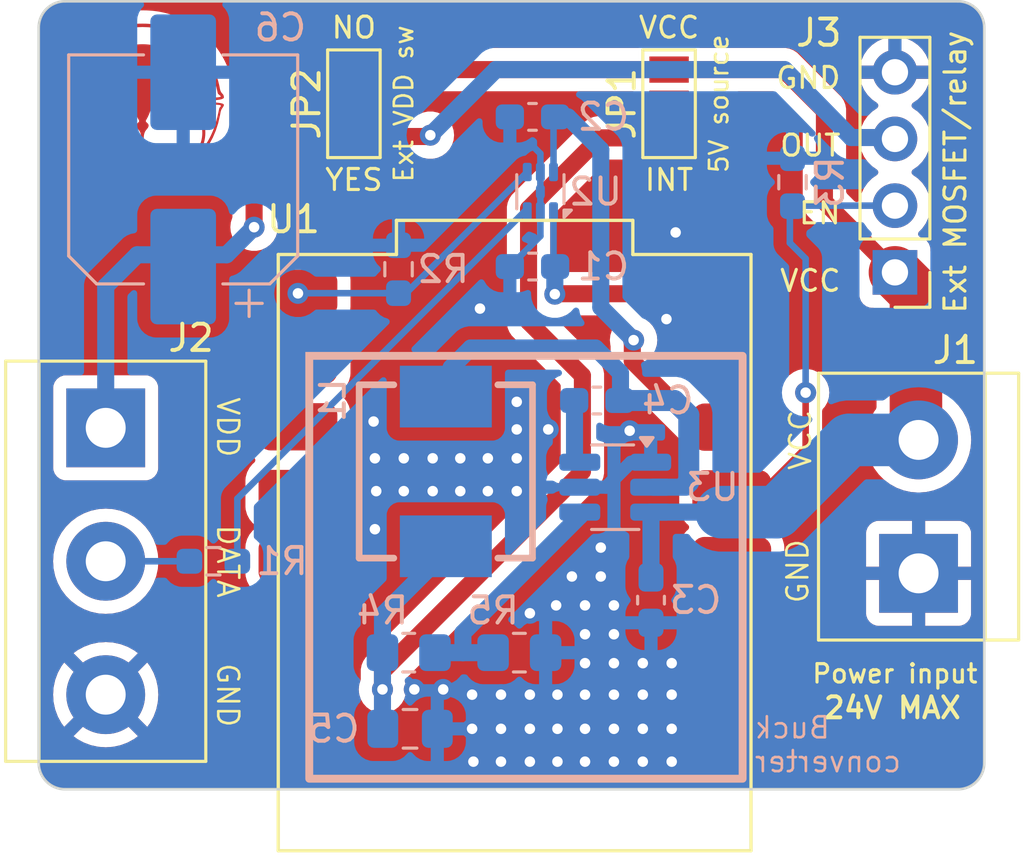
<source format=kicad_pcb>
(kicad_pcb (version 20240108) (generator "pcbnew") (generator_version "8.0")
  (layers (0 "F.Cu" signal) (31 "B.Cu" signal) (34 "B.Paste" user) (35 "F.Paste" user) (36 "B.SilkS" user "B.Silkscreen") (37 "F.SilkS" user "F.Silkscreen") (38 "B.Mask" user) (39 "F.Mask" user) (44 "Edge.Cuts" user))
  (net 0 "")
  (net 1 "+5V")
  (net 2 "GND")
  (net 3 "+3.3V")
  (net 4 "VCC")
  (net 5 "Net-(U3-SW)")
  (net 6 "V_OUT")
  (net 7 "VDD")
  (net 8 "DIN")
  (net 9 "VDD_EN")
  (net 10 "V_SW")
  (net 11 "DATA")
  (net 23 "Net-(U2-A)")
  (net 24 "Net-(U3-BOOT)")
  (net 25 "Net-(U3-FB)")
  (footprint "TerminalBlock:TerminalBlock_bornier-3_P5.08mm" (layer "F.Cu") (at 16.15 28.34 -90)
    (property "Reference" "J2")
    (property "Value" "LEDs" (hide yes))
  )
  (footprint "Connector_PinHeader_2.54mm:PinHeader_1x04_P2.54mm_Vertical" (layer "F.Cu") (at 46.2 22.42 180)
    (property "Reference" "J3")
    (property "Value" "Ext MOSFET/relay" (hide yes))
  )
  (footprint "TerminalBlock:TerminalBlock_bornier-2_P5.08mm" (layer "F.Cu") (at 47.1 33.88 90)
    (property "Reference" "J1")
    (property "Value" "Power input" (hide yes))
  )
  (footprint "exentio_pcb_art:kurumi" (layer "F.Cu") (at 14.4 12.9)
    (property "Reference" "REF**" (hide yes))
    (property "Value" "kurumi" (hide yes))
  )
  (footprint "ESP32-C3_SUPERMINI:MODULE_ESP32-C3_SUPERMINI_CASTELLATED" (layer "F.Cu") (at 31.72 33.09)
    (property "Reference" "U1")
    (property "Value" "ESP32-C3_SUPERMINI" (hide yes))
  )
  (footprint "Jumper:SolderJumper-3_P1.3mm_Open_Pad1.0x1.5mm_NumberLabels" (layer "F.Cu") (at 37.6 16 90)
    (property "Reference" "JP1")
    (property "Value" "5V source" (hide yes))
  )
  (footprint "Jumper:SolderJumper-3_P1.3mm_Open_Pad1.0x1.5mm_NumberLabels" (layer "F.Cu") (at 25.6 16 -90)
    (property "Reference" "JP2")
    (property "Value" "Ext VDD sw" (hide yes))
  )
  (footprint "Resistor_SMD:R_0805_2012Metric_Pad1.20x1.40mm_HandSolder" (layer "B.Cu") (at 27.6875 36.9)
    (property "Reference" "R4")
    (property "Value" "100K" (hide yes))
  )
  (footprint "Package_TO_SOT_SMD:SOT-563" (layer "B.Cu") (at 32.7 19.35 90)
    (property "Reference" "U2")
    (property "Value" "SN74LVC1T45DRL" (hide yes))
  )
  (footprint "Resistor_SMD:R_0805_2012Metric_Pad1.20x1.40mm_HandSolder" (layer "B.Cu") (at 31.9 36.9)
    (property "Reference" "R5")
    (property "Value" "13.7K" (hide yes))
  )
  (footprint "Package_TO_SOT_SMD:SOT-23-6_Handsoldering" (layer "B.Cu") (at 35.55 30.6 180)
    (property "Reference" "U3")
    (property "Value" "TPS54308" (hide yes))
  )
  (footprint "Resistor_SMD:R_0603_1608Metric_Pad0.98x0.95mm_HandSolder" (layer "B.Cu") (at 20.25 33.42)
    (property "Reference" "R1")
    (property "Value" "470" (hide yes))
  )
  (footprint "Capacitor_SMD:C_0603_1608Metric_Pad1.08x0.95mm_HandSolder" (layer "B.Cu") (at 32.4 16.5)
    (property "Reference" "C2")
    (property "Value" "1uF" (hide yes))
  )
  (footprint "CYA0630:CYA0630" (layer "B.Cu") (at 29.1 30 -90)
    (property "Reference" "L1")
    (property "Value" "10uH" (hide yes))
  )
  (footprint "Capacitor_SMD:C_0603_1608Metric_Pad1.08x0.95mm_HandSolder" (layer "B.Cu") (at 36.9125 34.9 -90)
    (property "Reference" "C3")
    (property "Value" "2.2uF" (hide yes))
  )
  (footprint "Capacitor_SMD:C_0805_2012Metric_Pad1.18x1.45mm_HandSolder" (layer "B.Cu") (at 27.7375 39.8)
    (property "Reference" "C5")
    (property "Value" "33uF" (hide yes))
  )
  (footprint "Capacitor_SMD:C_0603_1608Metric_Pad1.08x0.95mm_HandSolder" (layer "B.Cu") (at 32.4 22.2 180)
    (property "Reference" "C1")
    (property "Value" "1uF" (hide yes))
  )
  (footprint "Resistor_SMD:R_0603_1608Metric_Pad0.98x0.95mm_HandSolder" (layer "B.Cu") (at 42.3 18.9875 90)
    (property "Reference" "R3")
    (property "Value" "4.7K" (hide yes))
  )
  (footprint "Capacitor_SMD:C_0603_1608Metric_Pad1.08x0.95mm_HandSolder" (layer "B.Cu") (at 34.85 27.3 180)
    (property "Reference" "C4")
    (property "Value" "100nF" (hide yes))
  )
  (footprint "Capacitor_SMD:CP_Elec_8x10.5" (layer "B.Cu") (at 19.1 18.5 90)
    (property "Reference" "C6")
    (property "Value" "470uF" (hide yes))
  )
  (footprint "Resistor_SMD:R_0603_1608Metric_Pad0.98x0.95mm_HandSolder" (layer "B.Cu") (at 27.3 22.3 90)
    (property "Reference" "R2")
    (property "Value" "4.7K" (hide yes))
  )
  (gr_rect (start 23.9 25.6) (end 40.4 41.7) (stroke (width 0.3)) (fill none) (layer "B.SilkS"))
  (gr_arc (start 49.6 41.1) (mid 49.307107 41.807107) (end 48.6 42.1) (stroke (width 0.1)) (layer "Edge.Cuts"))
  (gr_line (start 13.6 41.1) (end 13.6 13.1) (stroke (width 0.1)) (layer "Edge.Cuts"))
  (gr_arc (start 14.6 42.1) (mid 13.892893 41.807107) (end 13.6 41.1) (stroke (width 0.1)) (layer "Edge.Cuts"))
  (gr_line (start 14.6 12.1) (end 48.6 12.1) (stroke (width 0.1)) (layer "Edge.Cuts"))
  (gr_line (start 48.6 42.1) (end 14.6 42.1) (stroke (width 0.1)) (layer "Edge.Cuts"))
  (gr_arc (start 48.6 12.1) (mid 49.307107 12.392893) (end 49.6 13.1) (stroke (width 0.1)) (layer "Edge.Cuts"))
  (gr_line (start 49.6 13.1) (end 49.6 41.1) (stroke (width 0.1)) (layer "Edge.Cuts"))
  (gr_arc (start 13.6 13.1) (mid 13.892893 12.392893) (end 14.6 12.1) (stroke (width 0.1)) (layer "Edge.Cuts"))
  (gr_text "Buck\nconverter" (at 40.8 40.4 0) (layer "B.SilkS") (effects (font (size 0.8 0.8) (thickness 0.1)) (justify right mirror)))
  (gr_text "DATA" (at 20.8 33.42 -90) (layer "F.SilkS") (effects (font (size 0.8 0.8) (thickness 0.1))))
  (gr_text "Ext MOSFET/relay" (at 48.5 18.6 90) (layer "F.SilkS") (effects (font (size 0.8 0.8) (thickness 0.12))))
  (gr_text "Ext VDD sw" (at 27.5 16 90) (layer "F.SilkS") (effects (font (size 0.7 0.7) (thickness 0.1))))
  (gr_text "GND" (at 20.8 38.52 -90) (layer "F.SilkS") (effects (font (size 0.8 0.8) (thickness 0.1))))
  (gr_text "VDD" (at 20.8 28.32 -90) (layer "F.SilkS") (effects (font (size 0.8 0.8) (thickness 0.1))))
  (gr_text "GND\n\nOUT\n\nEN\n\nVCC" (at 44.2 18.88 0) (layer "F.SilkS") (effects (font (size 0.8 0.8) (thickness 0.12)) (justify right)))
  (gr_text "VCC" (at 42.6 28.8 90) (layer "F.SilkS") (effects (font (size 0.8 0.8) (thickness 0.1))))
  (gr_text "5V source" (at 39.5 16 90) (layer "F.SilkS") (effects (font (size 0.7 0.7) (thickness 0.1))))
  (gr_text "Power input" (at 46.2 37.7 0) (layer "F.SilkS") (effects (font (size 0.7 0.7) (thickness 0.12) (bold yes))))
  (gr_text "24V MAX" (at 46.1 39 0) (layer "F.SilkS") (effects (font (size 0.8 0.8) (thickness 0.15) (bold yes))))
  (gr_text "GND" (at 42.5 33.8 90) (layer "F.SilkS") (effects (font (size 0.8 0.8) (thickness 0.1))))
  (segment (start 33.266193 23.233807) (end 39.987034 23.233807) (width 0.65) (layer "F.Cu") (net 1))
  (segment (start 33.25 23.25) (end 33.266193 23.233807) (width 0.65) (layer "F.Cu") (net 1))
  (segment (start 37.6 16) (end 39.25 16) (width 0.65) (layer "F.Cu") (net 1))
  (segment (start 39.25 16) (end 39.987034 16.737034) (width 0.65) (layer "F.Cu") (net 1))
  (segment (start 39.987034 16.737034) (end 39.987034 23.233807) (width 0.65) (layer "F.Cu") (net 1))
  (via (at 33.25 23.25) (size 0.8) (drill 0.4) (layers "F.Cu" "B.Cu") (net 1))
  (segment (start 33.25 23.25) (end 33.25 22.2125) (width 0.65) (layer "B.Cu") (net 1))
  (segment (start 33.2 20.1) (end 33.2 22.1375) (width 0.25) (layer "B.Cu") (net 1))
  (segment (start 33.25 22.2125) (end 33.2625 22.2) (width 0.65) (layer "B.Cu") (net 1))
  (segment (start 33.2 22.1375) (end 33.2625 22.2) (width 0.25) (layer "B.Cu") (net 1))
  (segment (start 38.273807 25.773807) (end 39.987034 25.773807) (width 0.65) (layer "F.Cu") (net 2))
  (segment (start 39.987034 25.773807) (end 42.226193 25.773807) (width 0.65) (layer "F.Cu") (net 2))
  (segment (start 39.987034 25.773807) (end 41.326193 25.773807) (width 0.25) (layer "F.Cu") (net 2))
  (segment (start 38.273807 25.773807) (end 37.6 25.1) (width 0.65) (layer "F.Cu") (net 2))
  (via (at 31.2 39.8) (size 0.8) (drill 0.4) (layers "F.Cu" "B.Cu") (net 2))
  (via (at 35.5 41.05) (size 0.8) (drill 0.4) (layers "F.Cu" "B.Cu") (net 2))
  (via (at 37.7 38.5) (size 0.8) (drill 0.4) (layers "F.Cu" "B.Cu") (net 2))
  (via (at 27.5 30.75) (size 0.8) (drill 0.4) (layers "F.Cu" "B.Cu") (net 2))
  (via (at 34.4 38.5) (size 0.8) (drill 0.4) (layers "F.Cu" "B.Cu") (net 2))
  (via (at 37.7 41.05) (size 0.8) (drill 0.4) (layers "F.Cu" "B.Cu") (net 2))
  (via (at 29 38.3) (size 0.8) (drill 0.4) (layers "F.Cu" "B.Cu") (net 2))
  (via (at 30.1 39.8) (size 0.8) (drill 0.4) (layers "F.Cu" "B.Cu") (net 2))
  (via (at 35.5 38.5) (size 0.8) (drill 0.4) (layers "F.Cu" "B.Cu") (net 2))
  (via (at 30.1 38.5) (size 0.8) (drill 0.4) (layers "F.Cu" "B.Cu") (net 2))
  (via (at 29.65 29.5) (size 0.8) (drill 0.4) (layers "F.Cu" "B.Cu") (net 2))
  (via (at 36.6 38.5) (size 0.8) (drill 0.4) (layers "F.Cu" "B.Cu") (net 2))
  (via (at 29.65 30.75) (size 0.8) (drill 0.4) (layers "F.Cu" "B.Cu") (net 2))
  (via (at 36.6 37.3) (size 0.8) (drill 0.4) (layers "F.Cu" "B.Cu") (net 2))
  (via (at 31.2 41.05) (size 0.8) (drill 0.4) (layers "F.Cu" "B.Cu") (net 2))
  (via (at 35.5 36.2) (size 0.8) (drill 0.4) (layers "F.Cu" "B.Cu") (net 2))
  (via (at 26.45 30.75) (size 0.8) (drill 0.4) (layers "F.Cu" "B.Cu") (net 2))
  (via (at 34.4 37.3) (size 0.8) (drill 0.4) (layers "F.Cu" "B.Cu") (net 2))
  (via (at 36.6 39.8) (size 0.8) (drill 0.4) (layers "F.Cu" "B.Cu") (net 2))
  (via (at 36.1 28.45) (size 0.8) (drill 0.4) (layers "F.Cu" "B.Cu") (net 2))
  (via (at 31.8 28.4) (size 0.8) (drill 0.4) (layers "F.Cu" "B.Cu") (net 2))
  (via (at 30.7 30.75) (size 0.8) (drill 0.4) (layers "F.Cu" "B.Cu") (net 2))
  (via (at 30.4 23.8) (size 0.8) (drill 0.4) (layers "F.Cu" "B.Cu") (net 2))
  (via (at 35 32.9) (size 0.8) (drill 0.4) (layers "F.Cu" "B.Cu") (net 2))
  (via (at 32.3 39.8) (size 0.8) (drill 0.4) (layers "F.Cu" "B.Cu") (net 2))
  (via (at 27.5 29.5) (size 0.8) (drill 0.4) (layers "F.Cu" "B.Cu") (net 2))
  (via (at 31.2 38.5) (size 0.8) (drill 0.4) (layers "F.Cu" "B.Cu") (net 2))
  (via (at 33.35 39.8) (size 0.8) (drill 0.4) (layers "F.Cu" "B.Cu") (net 2))
  (via (at 30.15 41.05) (size 0.8) (drill 0.4) (layers "F.Cu" "B.Cu") (net 2))
  (via (at 33.35 41.05) (size 0.8) (drill 0.4) (layers "F.Cu" "B.Cu") (net 2))
  (via (at 37.7 37.3) (size 0.8) (drill 0.4) (layers "F.Cu" "B.Cu") (net 2))
  (via (at 30.7 29.5) (size 0.8) (drill 0.4) (layers "F.Cu" "B.Cu") (net 2))
  (via (at 31.8 29.5) (size 0.8) (drill 0.4) (layers "F.Cu" "B.Cu") (net 2))
  (via (at 26.4 32.2) (size 0.8) (drill 0.4) (layers "F.Cu" "B.Cu") (net 2))
  (via (at 33.35 38.5) (size 0.8) (drill 0.4) (layers "F.Cu" "B.Cu") (net 2))
  (via (at 31.8 27.35) (size 0.8) (drill 0.4) (layers "F.Cu" "B.Cu") (net 2))
  (via (at 27.9 38.3) (size 0.8) (drill 0.4) (layers "F.Cu" "B.Cu") (net 2))
  (via (at 35.5 39.8) (size 0.8) (drill 0.4) (layers "F.Cu" "B.Cu") (net 2))
  (via (at 26.4 29.5) (size 0.8) (drill 0.4) (layers "F.Cu" "B.Cu") (net 2))
  (via (at 34.4 35.1) (size 0.8) (drill 0.4) (layers "F.Cu" "B.Cu") (net 2))
  (via (at 34.4 36.2) (size 0.8) (drill 0.4) (layers "F.Cu" "B.Cu") (net 2))
  (via (at 34.4 41.05) (size 0.8) (drill 0.4) (layers "F.Cu" "B.Cu") (net 2))
  (via (at 37.7 39.8) (size 0.8) (drill 0.4) (layers "F.Cu" "B.Cu") (net 2))
  (via (at 32.3 35.4) (size 0.8) (drill 0.4) (layers "F.Cu" "B.Cu") (net 2))
  (via (at 33 28.4) (size 0.8) (drill 0.4) (layers "F.Cu" "B.Cu") (net 2))
  (via (at 31.8 30.75) (size 0.8) (drill 0.4) (layers "F.Cu" "B.Cu") (net 2))
  (via (at 33.3 35.1) (size 0.8) (drill 0.4) (layers "F.Cu" "B.Cu") (net 2))
  (via (at 35.5 37.3) (size 0.8) (drill 0.4) (layers "F.Cu" "B.Cu") (net 2))
  (via (at 37.5 24.2) (size 0.8) (drill 0.4) (layers "F.Cu" "B.Cu") (net 2))
  (via (at 33.9 34) (size 0.8) (drill 0.4) (layers "F.Cu" "B.Cu") (net 2))
  (via (at 35.5 35.1) (size 0.8) (drill 0.4) (layers "F.Cu" "B.Cu") (net 2))
  (via (at 26.35 28.1) (size 0.8) (drill 0.4) (layers "F.Cu" "B.Cu") (net 2))
  (via (at 37.85 20.9) (size 0.8) (drill 0.4) (layers "F.Cu" "B.Cu") (net 2))
  (via (at 36.6 41.05) (size 0.8) (drill 0.4) (layers "F.Cu" "B.Cu") (net 2))
  (via (at 34.4 39.8) (size 0.8) (drill 0.4) (layers "F.Cu" "B.Cu") (net 2))
  (via (at 32.3 38.5) (size 0.8) (drill 0.4) (layers "F.Cu" "B.Cu") (net 2))
  (via (at 35 34) (size 0.8) (drill 0.4) (layers "F.Cu" "B.Cu") (net 2))
  (via (at 28.6 30.75) (size 0.8) (drill 0.4) (layers "F.Cu" "B.Cu") (net 2))
  (via (at 32.3 41.05) (size 0.8) (drill 0.4) (layers "F.Cu" "B.Cu") (net 2))
  (via (at 28.6 29.5) (size 0.8) (drill 0.4) (layers "F.Cu" "B.Cu") (net 2))
  (segment (start 32.7 18.6) (end 32.7 17.9) (width 0.25) (layer "B.Cu") (net 2))
  (segment (start 35.4 30.4) (end 36.15 29.65) (width 0.5) (layer "B.Cu") (net 2))
  (segment (start 32.7 17.9) (end 32.475 17.675) (width 0.25) (layer "B.Cu") (net 2))
  (segment (start 32.7 20.1) (end 32.7 18.6) (width 0.25) (layer "B.Cu") (net 2))
  (segment (start 35.2 30.6) (end 35.4 30.4) (width 0.5) (layer "B.Cu") (net 2))
  (segment (start 35.5 28.6) (end 35.5 30.3) (width 0.5) (layer "B.Cu") (net 2))
  (segment (start 34.2 30.6) (end 35.2 30.6) (width 0.5) (layer "B.Cu") (net 2))
  (segment (start 32.7 21.0375) (end 31.5375 22.2) (width 0.25) (layer "B.Cu") (net 2))
  (segment (start 35.5 28.6) (end 35.95 28.6) (width 0.5) (layer "B.Cu") (net 2))
  (segment (start 35.5 30.3) (end 35.4 30.4) (width 0.5) (layer "B.Cu") (net 2))
  (segment (start 35.5 30.3) (end 35.5 32.7) (width 0.5) (layer "B.Cu") (net 2))
  (segment (start 36.15 29.65) (end 36.9 29.65) (width 0.5) (layer "B.Cu") (net 2))
  (segment (start 32.7 20.1) (end 32.7 21.0375) (width 0.25) (layer "B.Cu") (net 2))
  (segment (start 35.95 28.6) (end 36.1 28.45) (width 0.5) (layer "B.Cu") (net 2))
  (segment (start 36.2 25.8) (end 38.713807 28.313807) (width 0.65) (layer "F.Cu") (net 3))
  (segment (start 36.2 25.05) (end 36.2 25.8) (width 0.65) (layer "F.Cu") (net 3))
  (segment (start 38.713807 28.313807) (end 39.987034 28.313807) (width 0.65) (layer "F.Cu") (net 3))
  (segment (start 36.25 25) (end 36.2 25.05) (width 0.65) (layer "F.Cu") (net 3))
  (via (at 36.25 25) (size 0.8) (drill 0.4) (layers "F.Cu" "B.Cu") (net 3))
  (segment (start 35 23.75) (end 35 17.75) (width 0.65) (layer "B.Cu") (net 3))
  (segment (start 35 17.75) (end 33.75 16.5) (width 0.65) (layer "B.Cu") (net 3))
  (segment (start 36.25 25) (end 35 23.75) (width 0.65) (layer "B.Cu") (net 3))
  (segment (start 33.2 16.5625) (end 33.2625 16.5) (width 0.25) (layer "B.Cu") (net 3))
  (segment (start 33.75 16.5) (end 33.2625 16.5) (width 0.65) (layer "B.Cu") (net 3))
  (segment (start 33.2 18.6) (end 33.2 16.5625) (width 0.25) (layer "B.Cu") (net 3))
  (segment (start 41.95 14.7) (end 43.515 16.265) (width 0.65) (layer "F.Cu") (net 4))
  (segment (start 43.515 16.265) (end 43.515 19.735) (width 0.65) (layer "F.Cu") (net 4))
  (segment (start 25.6 14.7) (end 37.6 14.7) (width 0.65) (layer "F.Cu") (net 4))
  (segment (start 46.2 22.42) (end 47 23.22) (width 2) (layer "F.Cu") (net 4))
  (segment (start 37.6 14.7) (end 41.95 14.7) (width 0.65) (layer "F.Cu") (net 4))
  (segment (start 43.515 19.735) (end 46.2 22.42) (width 0.65) (layer "F.Cu") (net 4))
  (segment (start 47 28.7) (end 47.1 28.8) (width 2) (layer "F.Cu") (net 4))
  (segment (start 47 23.22) (end 47 28.7) (width 2) (layer "F.Cu") (net 4))
  (segment (start 44.45 28.8) (end 41.7 31.55) (width 2) (layer "B.Cu") (net 4))
  (segment (start 36.9 31.55) (end 38.7 31.55) (width 0.65) (layer "B.Cu") (net 4))
  (segment (start 36.9125 31.5625) (end 36.9 31.55) (width 0.65) (layer "B.Cu") (net 4))
  (segment (start 36.9125 33.8) (end 36.9125 31.8) (width 0.65) (layer "B.Cu") (net 4))
  (segment (start 47.1 28.8) (end 44.45 28.8) (width 2) (layer "B.Cu") (net 4))
  (segment (start 41.7 31.55) (end 39.6 31.55) (width 2) (layer "B.Cu") (net 4))
  (segment (start 35.7125 27.3) (end 37.8 27.3) (width 0.8) (layer "B.Cu") (net 5))
  (segment (start 35.75 27.2625) (end 35.75 26.25) (width 0.65) (layer "B.Cu") (net 5))
  (segment (start 38.35 27.85) (end 38.35 30.4) (width 0.8) (layer "B.Cu") (net 5))
  (segment (start 34.8 25.3) (end 30.05 25.3) (width 0.65) (layer "B.Cu") (net 5))
  (segment (start 35.75 26.25) (end 34.8 25.3) (width 0.65) (layer "B.Cu") (net 5))
  (segment (start 29.3 26.05) (end 29.3 27.15) (width 0.65) (layer "B.Cu") (net 5))
  (segment (start 37.8 27.3) (end 38.35 27.85) (width 0.8) (layer "B.Cu") (net 5))
  (segment (start 38.25 30.6) (end 37 30.6) (width 0.65) (layer "B.Cu") (net 5))
  (segment (start 30.05 25.3) (end 29.3 26.05) (width 0.65) (layer "B.Cu") (net 5))
  (segment (start 38.35 30.4) (end 38.25 30.5) (width 0.8) (layer "B.Cu") (net 5))
  (segment (start 32.25 24.3) (end 32.25 20) (width 0.65) (layer "F.Cu") (net 6))
  (segment (start 34.3 26.35) (end 32.25 24.3) (width 0.65) (layer "F.Cu") (net 6))
  (segment (start 34.95 17.3) (end 37.6 17.3) (width 0.65) (layer "F.Cu") (net 6))
  (segment (start 26.6875 37.6125) (end 34.3 30) (width 0.65) (layer "F.Cu") (net 6))
  (segment (start 34.3 30) (end 34.3 26.35) (width 0.65) (layer "F.Cu") (net 6))
  (segment (start 26.6875 38.3) (end 26.6875 37.6125) (width 0.65) (layer "F.Cu") (net 6))
  (segment (start 32.25 20) (end 34.95 17.3) (width 0.65) (layer "F.Cu") (net 6))
  (via (at 26.6875 38.3) (size 0.8) (drill 0.4) (layers "F.Cu" "B.Cu") (net 6))
  (segment (start 26.6875 39.75) (end 26.6875 35.4625) (width 0.65) (layer "B.Cu") (net 6))
  (segment (start 26.8375 39.9) (end 26.6875 39.75) (width 0.65) (layer "B.Cu") (net 6))
  (segment (start 26.6875 35.4625) (end 29.3 32.85) (width 0.65) (layer "B.Cu") (net 6))
  (segment (start 21.8 20.7) (end 21.8 17.8) (width 0.65) (layer "F.Cu") (net 7))
  (segment (start 21.8 17.8) (end 23.6 16) (width 0.65) (layer "F.Cu") (net 7))
  (segment (start 23.6 16) (end 25.6 16) (width 0.65) (layer "F.Cu") (net 7))
  (via (at 21.8 20.7) (size 0.8) (drill 0.4) (layers "F.Cu" "B.Cu") (net 7))
  (segment (start 21.8 20.7) (end 20.75 21.75) (width 0.65) (layer "B.Cu") (net 7))
  (segment (start 20.75 21.75) (end 17.35 21.75) (width 0.65) (layer "B.Cu") (net 7))
  (segment (start 16.15 22.95) (end 16.15 27.42) (width 0.65) (layer "B.Cu") (net 7))
  (segment (start 17.35 21.75) (end 16.15 22.95) (width 0.65) (layer "B.Cu") (net 7))
  (segment (start 19.3375 33.42) (end 16.15 33.42) (width 0.25) (layer "B.Cu") (net 8))
  (segment (start 42.8 29.1) (end 41.046193 30.853807) (width 0.25) (layer "F.Cu") (net 9))
  (segment (start 42.8 27) (end 42.8 29.1) (width 0.25) (layer "F.Cu") (net 9))
  (segment (start 41.046193 30.853807) (end 39.987034 30.853807) (width 0.25) (layer "F.Cu") (net 9))
  (via (at 42.8 27) (size 0.8) (drill 0.4) (layers "F.Cu" "B.Cu") (net 9))
  (segment (start 46.2 19.88) (end 42.5875 19.88) (width 0.25) (layer "B.Cu") (net 9))
  (segment (start 42.5875 19.88) (end 42.5 19.9675) (width 0.25) (layer "B.Cu") (net 9))
  (segment (start 42.2 21.3) (end 42.2 20) (width 0.25) (layer "B.Cu") (net 9))
  (segment (start 46.1125 19.9675) (end 46.2 19.88) (width 0.25) (layer "B.Cu") (net 9))
  (segment (start 42.8 21.9) (end 42.2 21.3) (width 0.25) (layer "B.Cu") (net 9))
  (segment (start 42.8 27) (end 42.8 21.9) (width 0.25) (layer "B.Cu") (net 9))
  (segment (start 42.2 20) (end 42.3 19.9) (width 0.25) (layer "B.Cu") (net 9))
  (segment (start 25.60963 17.24711) (end 28.45963 17.24711) (width 0.65) (layer "F.Cu") (net 10))
  (segment (start 28.45963 17.24711) (end 28.50963 17.19711) (width 0.65) (layer "F.Cu") (net 10))
  (via (at 28.50963 17.19711) (size 0.8) (drill 0.4) (layers "F.Cu" "B.Cu") (net 10))
  (segment (start 31.00963 14.69711) (end 28.50963 17.19711) (width 0.65) (layer "B.Cu") (net 10))
  (segment (start 42 14.7) (end 31 14.7) (width 0.65) (layer "B.Cu") (net 10))
  (segment (start 46.20963 17.28711) (end 44.53711 17.28711) (width 0.65) (layer "B.Cu") (net 10))
  (segment (start 44.53711 17.28711) (end 42 14.7) (width 0.65) (layer "B.Cu") (net 10))
  (via (at 23.47 23.22) (size 0.8) (drill 0.4) (layers "F.Cu" "B.Cu") (net 11))
  (segment (start 27.3 23.2125) (end 26.75 23.2125) (width 0.25) (layer "B.Cu") (net 11))
  (segment (start 23.4775 23.2125) (end 23.47 23.22) (width 0.25) (layer "B.Cu") (net 11))
  (segment (start 26.75 23.2125) (end 27.5875 23.2125) (width 0.25) (layer "B.Cu") (net 11))
  (segment (start 27.5875 23.2125) (end 32.2 18.6) (width 0.25) (layer "B.Cu") (net 11))
  (segment (start 26.75 23.2125) (end 23.4775 23.2125) (width 0.25) (layer "B.Cu") (net 11))
  (segment (start 32.1 20.1) (end 21.1625 31.0375) (width 0.25) (layer "B.Cu") (net 23))
  (segment (start 32.2 20.1) (end 32.1 20.1) (width 0.25) (layer "B.Cu") (net 23))
  (segment (start 21.1625 31.0375) (end 21.1625 33.42) (width 0.25) (layer "B.Cu") (net 23))
  (segment (start 34 27.3125) (end 34 29.45) (width 0.65) (layer "B.Cu") (net 24))
  (segment (start 34.2 27.5125) (end 33.9875 27.3) (width 0.25) (layer "B.Cu") (net 24))
  (segment (start 29.75 36.9) (end 30.9875 36.9) (width 0.65) (layer "B.Cu") (net 25))
  (segment (start 28.6 36.9) (end 29.75 36.9) (width 0.65) (layer "B.Cu") (net 25))
  (segment (start 34.2 31.55) (end 34.2 31.7) (width 0.65) (layer "B.Cu") (net 25))
  (segment (start 34.2 31.7) (end 29.75 36.15) (width 0.65) (layer "B.Cu") (net 25))
  (segment (start 29.75 36.15) (end 29.75 36.9) (width 0.65) (layer "B.Cu") (net 25))
  (zone (net 2) (net_name "GND") (layers "F&B.Cu") (connect_pads (clearance 0.5)) (min_thickness 0.25) (fill yes (thermal_gap 0.5) (thermal_bridge_width 0.5))
    (polygon (pts (xy 13.6 12.1) (xy 49.6 12.1) (xy 49.6 42.1) (xy 13.6 42.1)))
  )
)
</source>
